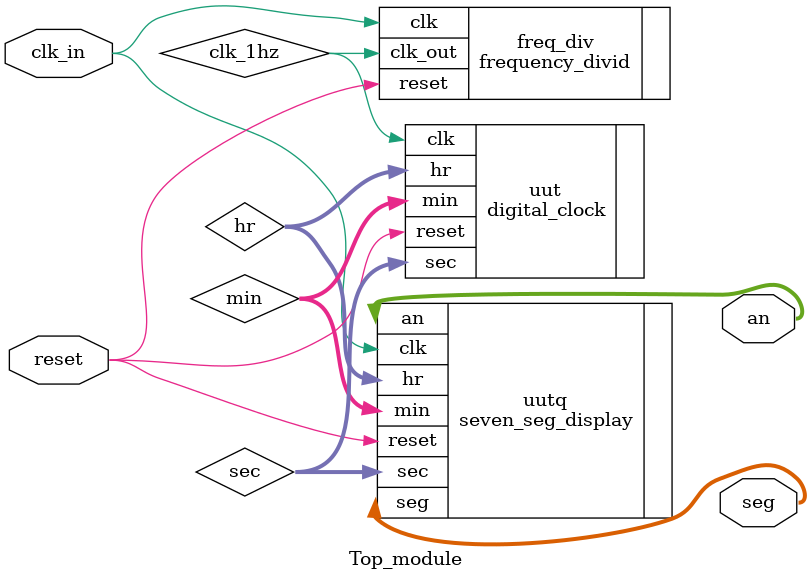
<source format=v>
`timescale 1ns / 1ps


module Top_module(
input clk_in,reset,
output [6:0]seg,
output [7:0]an 
    );
    wire clk_1hz;
    wire [5:0]sec,min;
    wire [4:0]hr;
    
    //function call for frequency divider module
    frequency_divid freq_div(.clk(clk_in),.reset(reset),.clk_out(clk_1hz));
    
    // function call for digital clock module
    digital_clock uut(.clk(clk_1hz),.reset(reset),.sec(sec),.min(min),.hr(hr));
    
    // function call for seven_seg_diaplay
    seven_seg_display uutq(.clk(clk_in),.reset(reset),.sec(sec),.min(min),.hr(hr),.seg(seg),.an(an));
    
endmodule

</source>
